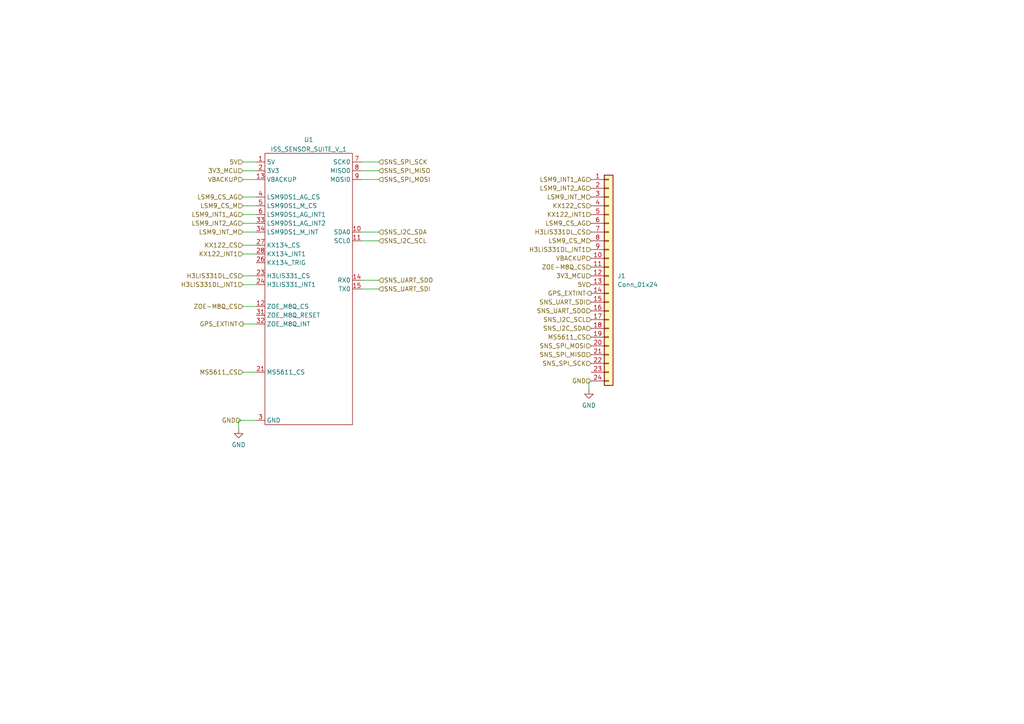
<source format=kicad_sch>
(kicad_sch (version 20211123) (generator eeschema)
  (paper "A4")
  (lib_symbols
    (symbol "Connector_Generic:Conn_01x24" (pin_names (offset 1.016) hide)
      (property "Reference" "J" (at 0 30.48 0))
      (property "Value" "Conn_01x24" (at 0 -33.02 0))
      (symbol "Conn_01x24_1_1"
        (rectangle (start -1.27 -30.353) (end 0 -30.607) (stroke (width 0.1524)))
        (rectangle (start -1.27 -27.813) (end 0 -28.067) (stroke (width 0.1524)))
        (rectangle (start -1.27 -25.273) (end 0 -25.527) (stroke (width 0.1524)))
        (rectangle (start -1.27 -22.733) (end 0 -22.987) (stroke (width 0.1524)))
        (rectangle (start -1.27 -20.193) (end 0 -20.447) (stroke (width 0.1524)))
        (rectangle (start -1.27 -17.653) (end 0 -17.907) (stroke (width 0.1524)))
        (rectangle (start -1.27 -15.113) (end 0 -15.367) (stroke (width 0.1524)))
        (rectangle (start -1.27 -12.573) (end 0 -12.827) (stroke (width 0.1524)))
        (rectangle (start -1.27 -10.033) (end 0 -10.287) (stroke (width 0.1524)))
        (rectangle (start -1.27 -7.493) (end 0 -7.747) (stroke (width 0.1524)))
        (rectangle (start -1.27 -4.953) (end 0 -5.207) (stroke (width 0.1524)))
        (rectangle (start -1.27 -2.413) (end 0 -2.667) (stroke (width 0.1524)))
        (rectangle (start -1.27 0.127) (end 0 -0.127) (stroke (width 0.1524)))
        (rectangle (start -1.27 2.667) (end 0 2.413) (stroke (width 0.1524)))
        (rectangle (start -1.27 5.207) (end 0 4.953) (stroke (width 0.1524)))
        (rectangle (start -1.27 7.747) (end 0 7.493) (stroke (width 0.1524)))
        (rectangle (start -1.27 10.287) (end 0 10.033) (stroke (width 0.1524)))
        (rectangle (start -1.27 12.827) (end 0 12.573) (stroke (width 0.1524)))
        (rectangle (start -1.27 15.367) (end 0 15.113) (stroke (width 0.1524)))
        (rectangle (start -1.27 17.907) (end 0 17.653) (stroke (width 0.1524)))
        (rectangle (start -1.27 20.447) (end 0 20.193) (stroke (width 0.1524)))
        (rectangle (start -1.27 22.987) (end 0 22.733) (stroke (width 0.1524)))
        (rectangle (start -1.27 25.527) (end 0 25.273) (stroke (width 0.1524)))
        (rectangle (start -1.27 28.067) (end 0 27.813) (stroke (width 0.1524)))
        (rectangle (start -1.27 29.21) (end 1.27 -31.75) (stroke (width 0.254)) (fill (type background)))
        (pin passive line (at -5.08 27.94 0) (length 3.81) (name "Pin_1") (number "1"))
        (pin passive line (at -5.08 5.08 0) (length 3.81) (name "Pin_10") (number "10"))
        (pin passive line (at -5.08 2.54 0) (length 3.81) (name "Pin_11") (number "11"))
        (pin passive line (at -5.08 0 0) (length 3.81) (name "Pin_12") (number "12"))
        (pin passive line (at -5.08 -2.54 0) (length 3.81) (name "Pin_13") (number "13"))
        (pin passive line (at -5.08 -5.08 0) (length 3.81) (name "Pin_14") (number "14"))
        (pin passive line (at -5.08 -7.62 0) (length 3.81) (name "Pin_15") (number "15"))
        (pin passive line (at -5.08 -10.16 0) (length 3.81) (name "Pin_16") (number "16"))
        (pin passive line (at -5.08 -12.7 0) (length 3.81) (name "Pin_17") (number "17"))
        (pin passive line (at -5.08 -15.24 0) (length 3.81) (name "Pin_18") (number "18"))
        (pin passive line (at -5.08 -17.78 0) (length 3.81) (name "Pin_19") (number "19"))
        (pin passive line (at -5.08 25.4 0) (length 3.81) (name "Pin_2") (number "2"))
        (pin passive line (at -5.08 -20.32 0) (length 3.81) (name "Pin_20") (number "20"))
        (pin passive line (at -5.08 -22.86 0) (length 3.81) (name "Pin_21") (number "21"))
        (pin passive line (at -5.08 -25.4 0) (length 3.81) (name "Pin_22") (number "22"))
        (pin passive line (at -5.08 -27.94 0) (length 3.81) (name "Pin_23") (number "23"))
        (pin passive line (at -5.08 -30.48 0) (length 3.81) (name "Pin_24") (number "24"))
        (pin passive line (at -5.08 22.86 0) (length 3.81) (name "Pin_3") (number "3"))
        (pin passive line (at -5.08 20.32 0) (length 3.81) (name "Pin_4") (number "4"))
        (pin passive line (at -5.08 17.78 0) (length 3.81) (name "Pin_5") (number "5"))
        (pin passive line (at -5.08 15.24 0) (length 3.81) (name "Pin_6") (number "6"))
        (pin passive line (at -5.08 12.7 0) (length 3.81) (name "Pin_7") (number "7"))
        (pin passive line (at -5.08 10.16 0) (length 3.81) (name "Pin_8") (number "8"))
        (pin passive line (at -5.08 7.62 0) (length 3.81) (name "Pin_9") (number "9"))
      )
    )
    (symbol "SensorModule:ISS_SENSOR_SUITE_V_1"
      (property "Reference" "U1" (at 0 26.7757 0))
      (property "Value" "ISS_SENSOR_SUITE_V_1" (at 0 24.0006 0))
      (symbol "ISS_SENSOR_SUITE_V_1_0_1"
        (rectangle (start -12.7 22.86) (end 12.7 -55.88) (stroke (width 0.1524)))
      )
      (symbol "ISS_SENSOR_SUITE_V_1_1_1"
        (pin power_in line (at -15.24 20.32 0) (length 2.54) (name "5V") (number "1"))
        (pin bidirectional line (at 15.24 0 180) (length 2.54) (name "SDA0") (number "10"))
        (pin input line (at 15.24 -2.54 180) (length 2.54) (name "SCL0") (number "11"))
        (pin input line (at -15.24 -21.59 0) (length 2.54) (name "ZOE_M8Q_CS") (number "12"))
        (pin power_in line (at -15.24 15.24 0) (length 2.54) (name "VBACKUP") (number "13"))
        (pin input line (at 15.24 -13.97 180) (length 2.54) (name "RX0") (number "14"))
        (pin output line (at 15.24 -16.51 180) (length 2.54) (name "TX0") (number "15"))
        (pin power_in line (at -15.24 17.78 0) (length 2.54) (name "3V3") (number "2"))
        (pin input line (at -15.24 -40.64 0) (length 2.54) (name "MS5611_CS") (number "21"))
        (pin input line (at -15.24 -12.7 0) (length 2.54) (name "H3LIS331_CS") (number "23"))
        (pin output line (at -15.24 -15.24 0) (length 2.54) (name "H3LIS331_INT1") (number "24"))
        (pin output line (at -15.24 -8.89 0) (length 2.54) (name "KX134_TRIG") (number "26"))
        (pin input line (at -15.24 -3.81 0) (length 2.54) (name "KX134_CS") (number "27"))
        (pin output line (at -15.24 -6.35 0) (length 2.54) (name "KX134_INT1") (number "28"))
        (pin input line (at -15.24 -54.61 0) (length 2.54) (name "GND") (number "3"))
        (pin input line (at -15.24 -24.13 0) (length 2.54) (name "ZOE_M8Q_RESET") (number "31"))
        (pin input line (at -15.24 -26.67 0) (length 2.54) (name "ZOE_M8Q_INT") (number "32"))
        (pin output line (at -15.24 2.54 0) (length 2.54) (name "LSM9DS1_AG_INT2") (number "33"))
        (pin output line (at -15.24 0 0) (length 2.54) (name "LSM9DS1_M_INT") (number "34"))
        (pin input line (at -15.24 10.16 0) (length 2.54) (name "LSM9DS1_AG_CS") (number "4"))
        (pin input line (at -15.24 7.62 0) (length 2.54) (name "LSM9DS1_M_CS") (number "5"))
        (pin output line (at -15.24 5.08 0) (length 2.54) (name "LSM9DS1_AG_INT1") (number "6"))
        (pin input line (at 15.24 20.32 180) (length 2.54) (name "SCK0") (number "7"))
        (pin output line (at 15.24 17.78 180) (length 2.54) (name "MISO0") (number "8"))
        (pin input line (at 15.24 15.24 180) (length 2.54) (name "MOSI0") (number "9"))
      )
    )
    (symbol "power:GND" (power) (pin_names (offset 0))
      (property "Value" "GND" (at 0 -3.81 0))
      (symbol "GND_0_1"
        (polyline (pts (xy 0 0) (xy 0 -1.27) (xy 1.27 -1.27) (xy 0 -2.54) (xy -1.27 -1.27) (xy 0 -1.27)))
      )
      (symbol "GND_1_1"
        (pin power_in line (at 0 0 270) (length 0) hide (name "GND") (number "1"))
      )
    )
  )
  (wire (pts (xy 170.815 113.03) (xy 170.815 110.49)))
  (wire (pts (xy 70.485 57.15) (xy 74.295 57.15)))
  (wire (pts (xy 70.485 107.95) (xy 74.295 107.95)))
  (wire (pts (xy 104.775 81.28) (xy 109.855 81.28)))
  (wire (pts (xy 69.215 124.46) (xy 69.215 121.92)))
  (wire (pts (xy 70.485 67.31) (xy 74.295 67.31)))
  (wire (pts (xy 104.775 46.99) (xy 109.855 46.99)))
  (wire (pts (xy 104.775 49.53) (xy 109.855 49.53)))
  (wire (pts (xy 104.775 67.31) (xy 109.855 67.31)))
  (wire (pts (xy 70.485 73.66) (xy 74.295 73.66)))
  (wire (pts (xy 104.775 83.82) (xy 109.855 83.82)))
  (wire (pts (xy 70.485 88.9) (xy 74.295 88.9)))
  (wire (pts (xy 70.485 59.69) (xy 74.295 59.69)))
  (wire (pts (xy 70.485 71.12) (xy 74.295 71.12)))
  (wire (pts (xy 70.485 46.99) (xy 74.295 46.99)))
  (wire (pts (xy 70.485 52.07) (xy 74.295 52.07)))
  (wire (pts (xy 70.485 49.53) (xy 74.295 49.53)))
  (wire (pts (xy 70.485 82.55) (xy 74.295 82.55)))
  (wire (pts (xy 70.485 80.01) (xy 74.295 80.01)))
  (wire (pts (xy 70.485 64.77) (xy 74.295 64.77)))
  (wire (pts (xy 104.775 69.85) (xy 109.855 69.85)))
  (wire (pts (xy 104.775 52.07) (xy 109.855 52.07)))
  (wire (pts (xy 70.485 93.98) (xy 74.295 93.98)))
  (wire (pts (xy 70.485 62.23) (xy 74.295 62.23)))
  (wire (pts (xy 69.215 121.92) (xy 74.295 121.92)))
  (hierarchical_label "H3LIS331DL_INT1" (shape input) (at 70.485 82.55 180))
  (hierarchical_label "SNS_I2C_SCL" (shape input) (at 171.45 92.71 180))
  (hierarchical_label "SNS_SPI_MOSI" (shape input) (at 171.45 100.33 180))
  (hierarchical_label "VBACKUP" (shape input) (at 70.485 52.07 180))
  (hierarchical_label "3V3_MCU" (shape input) (at 171.45 80.01 180))
  (hierarchical_label "H3LIS331DL_INT1" (shape input) (at 171.45 72.39 180))
  (hierarchical_label "ZOE-M8Q_CS" (shape input) (at 70.485 88.9 180))
  (hierarchical_label "SNS_UART_SDO" (shape input) (at 171.45 90.17 180))
  (hierarchical_label "KX122_INT1" (shape input) (at 70.485 73.66 180))
  (hierarchical_label "LSM9_INT2_AG" (shape input) (at 171.45 54.61 180))
  (hierarchical_label "SNS_SPI_MISO" (shape input) (at 109.855 49.53 0))
  (hierarchical_label "SNS_SPI_MISO" (shape input) (at 171.45 102.87 180))
  (hierarchical_label "SNS_SPI_SCK" (shape input) (at 109.855 46.99 0))
  (hierarchical_label "SNS_UART_SDO" (shape input) (at 109.855 81.28 0))
  (hierarchical_label "LSM9_CS_M" (shape input) (at 171.45 69.85 180))
  (hierarchical_label "SNS_UART_SDI" (shape input) (at 109.855 83.82 0))
  (hierarchical_label "5V" (shape input) (at 70.485 46.99 180))
  (hierarchical_label "GND" (shape input) (at 171.45 110.49 180))
  (hierarchical_label "5V" (shape input) (at 171.45 82.55 180))
  (hierarchical_label "SNS_UART_SDI" (shape input) (at 171.45 87.63 180))
  (hierarchical_label "SNS_I2C_SDA" (shape input) (at 171.45 95.25 180))
  (hierarchical_label "LSM9_INT_M" (shape input) (at 171.45 57.15 180))
  (hierarchical_label "KX122_CS" (shape input) (at 171.45 59.69 180))
  (hierarchical_label "MS5611_CS" (shape input) (at 70.485 107.95 180))
  (hierarchical_label "LSM9_CS_AG" (shape input) (at 171.45 64.77 180))
  (hierarchical_label "SNS_I2C_SCL" (shape input) (at 109.855 69.85 0))
  (hierarchical_label "GPS_EXTINT" (shape output) (at 171.45 85.09 180))
  (hierarchical_label "LSM9_CS_M" (shape input) (at 70.485 59.69 180))
  (hierarchical_label "LSM9_INT1_AG" (shape input) (at 171.45 52.07 180))
  (hierarchical_label "MS5611_CS" (shape input) (at 171.45 97.79 180))
  (hierarchical_label "3V3_MCU" (shape input) (at 70.485 49.53 180))
  (hierarchical_label "H3LIS331DL_CS" (shape input) (at 171.45 67.31 180))
  (hierarchical_label "KX122_INT1" (shape input) (at 171.45 62.23 180))
  (hierarchical_label "SNS_SPI_MOSI" (shape input) (at 109.855 52.07 0))
  (hierarchical_label "GPS_EXTINT" (shape output) (at 70.485 93.98 180))
  (hierarchical_label "ZOE-M8Q_CS" (shape input) (at 171.45 77.47 180))
  (hierarchical_label "H3LIS331DL_CS" (shape input) (at 70.485 80.01 180))
  (hierarchical_label "LSM9_INT1_AG" (shape input) (at 70.485 62.23 180))
  (hierarchical_label "KX122_CS" (shape input) (at 70.485 71.12 180))
  (hierarchical_label "VBACKUP" (shape input) (at 171.45 74.93 180))
  (hierarchical_label "LSM9_INT_M" (shape input) (at 70.485 67.31 180))
  (hierarchical_label "LSM9_INT2_AG" (shape input) (at 70.485 64.77 180))
  (hierarchical_label "GND" (shape input) (at 69.85 121.92 180))
  (hierarchical_label "SNS_I2C_SDA" (shape input) (at 109.855 67.31 0))
  (hierarchical_label "SNS_SPI_SCK" (shape input) (at 171.45 105.41 180))
  (hierarchical_label "LSM9_CS_AG" (shape input) (at 70.485 57.15 180))
  (symbol (lib_id "power:GND") (at 170.815 113.03 0) (unit 1)
    (property "Reference" "#PWR0102" (effects hide))
    (property "Value" "GND" (at 170.815 117.5925 0))
  )
  (symbol (lib_id "SensorModule:ISS_SENSOR_SUITE_V_1") (at 89.535 67.31 0) (unit 1)
    (property "Reference" "U1" (at 89.535 40.5343 0))
    (property "Value" "ISS_SENSOR_SUITE_V_1" (at 89.535 43.3094 0))
    (property "Footprint" "Sensorsuite:General Sensor Module - 8x10 pin" (effects hide))
  )
  (symbol (lib_id "power:GND") (at 69.215 124.46 0) (unit 1)
    (property "Reference" "#PWR0101" (effects hide))
    (property "Value" "GND" (at 69.215 129.0225 0))
  )
  (symbol (lib_id "Connector_Generic:Conn_01x24") (at 176.53 80.01 0) (unit 1)
    (property "Reference" "J1" (at 179.07 80.0099 0) (effects (justify left)))
    (property "Value" "Conn_01x24" (at 179.07 82.5499 0) (effects (justify left)))
    (property "Footprint" "Connector_PinHeader_2.54mm:PinHeader_1x24_P2.54mm_Vertical" (effects hide))
  )
)
</source>
